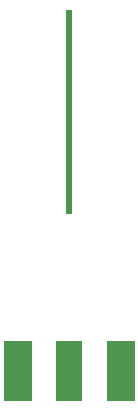
<source format=gtp>
G04*
G04 #@! TF.GenerationSoftware,Altium Limited,Altium Designer,18.1.9 (240)*
G04*
G04 Layer_Color=8421504*
%FSLAX25Y25*%
%MOIN*%
G70*
G01*
G75*
%ADD12R,0.09500X0.20000*%
%ADD13R,0.09000X0.20000*%
%ADD14R,0.02362X0.67913*%
D12*
X140750Y12992D02*
D03*
X175250D02*
D03*
D13*
X158000D02*
D03*
D14*
Y99512D02*
D03*
M02*

</source>
